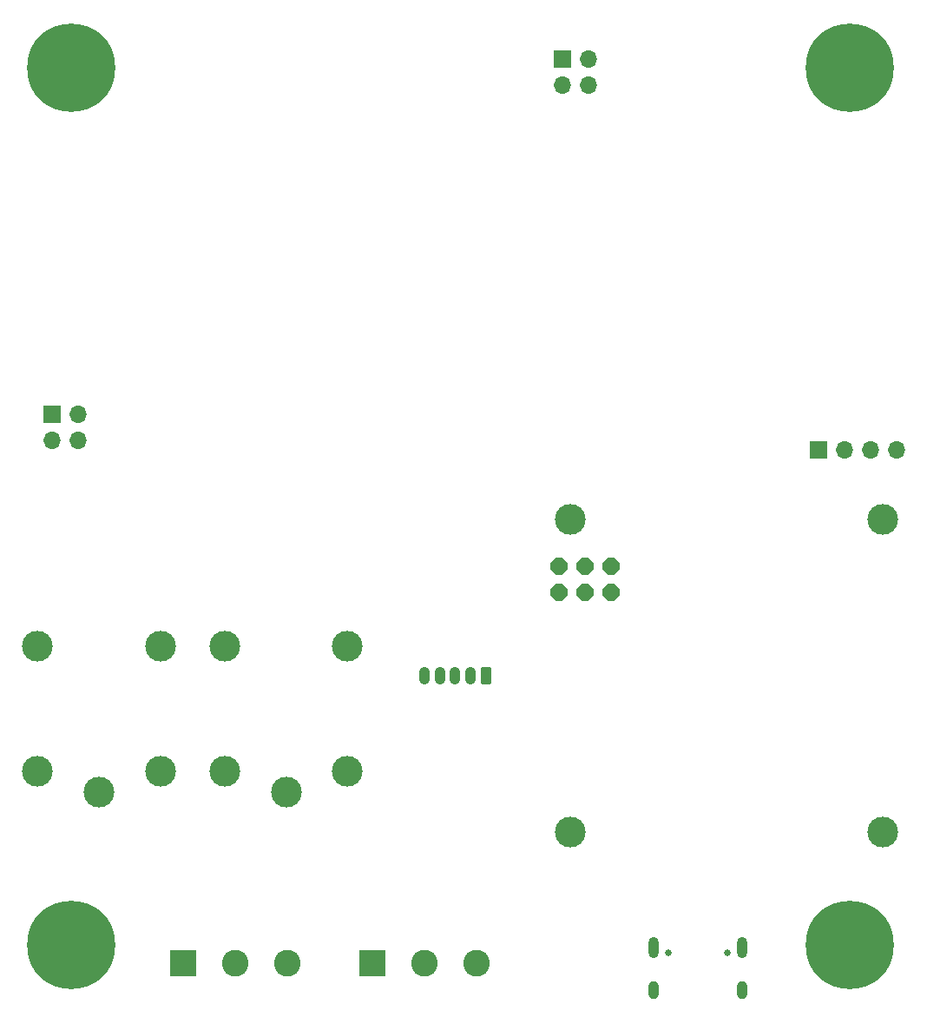
<source format=gbr>
%TF.GenerationSoftware,KiCad,Pcbnew,(7.0.0-0)*%
%TF.CreationDate,2023-04-09T15:51:22-04:00*%
%TF.ProjectId,KwartzLab-SensorBoard-Rev2,4b776172-747a-44c6-9162-2d53656e736f,2*%
%TF.SameCoordinates,Original*%
%TF.FileFunction,Soldermask,Bot*%
%TF.FilePolarity,Negative*%
%FSLAX46Y46*%
G04 Gerber Fmt 4.6, Leading zero omitted, Abs format (unit mm)*
G04 Created by KiCad (PCBNEW (7.0.0-0)) date 2023-04-09 15:51:22*
%MOMM*%
%LPD*%
G01*
G04 APERTURE LIST*
G04 Aperture macros list*
%AMRoundRect*
0 Rectangle with rounded corners*
0 $1 Rounding radius*
0 $2 $3 $4 $5 $6 $7 $8 $9 X,Y pos of 4 corners*
0 Add a 4 corners polygon primitive as box body*
4,1,4,$2,$3,$4,$5,$6,$7,$8,$9,$2,$3,0*
0 Add four circle primitives for the rounded corners*
1,1,$1+$1,$2,$3*
1,1,$1+$1,$4,$5*
1,1,$1+$1,$6,$7*
1,1,$1+$1,$8,$9*
0 Add four rect primitives between the rounded corners*
20,1,$1+$1,$2,$3,$4,$5,0*
20,1,$1+$1,$4,$5,$6,$7,0*
20,1,$1+$1,$6,$7,$8,$9,0*
20,1,$1+$1,$8,$9,$2,$3,0*%
%AMFreePoly0*
4,1,17,0.356937,0.810921,0.810921,0.356937,0.825800,0.321016,0.825800,-0.321016,0.810921,-0.356937,0.356937,-0.810921,0.321016,-0.825800,-0.321016,-0.825800,-0.356937,-0.810921,-0.810921,-0.356937,-0.825800,-0.321016,-0.825800,0.321016,-0.810921,0.356937,-0.356937,0.810921,-0.321016,0.825800,0.321016,0.825800,0.356937,0.810921,0.356937,0.810921,$1*%
G04 Aperture macros list end*
%ADD10R,1.700000X1.700000*%
%ADD11O,1.700000X1.700000*%
%ADD12C,0.900000*%
%ADD13C,8.600000*%
%ADD14RoundRect,0.250000X0.265000X0.615000X-0.265000X0.615000X-0.265000X-0.615000X0.265000X-0.615000X0*%
%ADD15O,1.030000X1.730000*%
%ADD16C,3.000000*%
%ADD17R,2.600000X2.600000*%
%ADD18C,2.600000*%
%ADD19FreePoly0,180.000000*%
%ADD20C,0.650000*%
%ADD21O,1.000000X2.100000*%
%ADD22O,1.000000X1.800000*%
G04 APERTURE END LIST*
D10*
%TO.C,J8*%
X94999999Y-99884290D03*
D11*
X97539999Y-99884290D03*
X94999999Y-102424290D03*
X97539999Y-102424290D03*
%TD*%
D12*
%TO.C,H3*%
X169557188Y-66150000D03*
X170501769Y-63869581D03*
X170501769Y-68430419D03*
X172782188Y-62925000D03*
D13*
X172782188Y-66150000D03*
D12*
X172782188Y-69375000D03*
X175062607Y-63869581D03*
X175062607Y-68430419D03*
X176007188Y-66150000D03*
%TD*%
%TO.C,H1*%
X93600000Y-151650000D03*
X94544581Y-149369581D03*
X94544581Y-153930419D03*
X96825000Y-148425000D03*
D13*
X96825000Y-151650000D03*
D12*
X96825000Y-154875000D03*
X99105419Y-149369581D03*
X99105419Y-153930419D03*
X100050000Y-151650000D03*
%TD*%
D10*
%TO.C,J1*%
X169719999Y-103399999D03*
D11*
X172259999Y-103399999D03*
X174799999Y-103399999D03*
X177339999Y-103399999D03*
%TD*%
D12*
%TO.C,H4*%
X93600000Y-66150000D03*
X94544581Y-63869581D03*
X94544581Y-68430419D03*
X96825000Y-62925000D03*
D13*
X96825000Y-66150000D03*
D12*
X96825000Y-69375000D03*
X99105419Y-63869581D03*
X99105419Y-68430419D03*
X100050000Y-66150000D03*
%TD*%
D14*
%TO.C,J3*%
X137300000Y-125400000D03*
D15*
X135799999Y-125399999D03*
X134299999Y-125399999D03*
X132799999Y-125399999D03*
X131299999Y-125399999D03*
%TD*%
D16*
%TO.C,K2*%
X117800000Y-136700000D03*
X111800000Y-122500000D03*
X123800000Y-122500000D03*
X123800000Y-134700000D03*
X111800000Y-134700000D03*
%TD*%
D12*
%TO.C,H2*%
X169544581Y-151650000D03*
X170489162Y-149369581D03*
X170489162Y-153930419D03*
X172769581Y-148425000D03*
D13*
X172769581Y-151650000D03*
D12*
X172769581Y-154875000D03*
X175050000Y-149369581D03*
X175050000Y-153930419D03*
X175994581Y-151650000D03*
%TD*%
D17*
%TO.C,J6*%
X126214999Y-153399999D03*
D18*
X131295000Y-153400000D03*
X136375000Y-153400000D03*
%TD*%
D17*
%TO.C,J5*%
X107799999Y-153399999D03*
D18*
X112880000Y-153400000D03*
X117960000Y-153400000D03*
%TD*%
D16*
%TO.C,J4*%
X176023128Y-140594944D03*
X176023128Y-110114944D03*
X145543128Y-140594944D03*
X145543128Y-110114944D03*
D19*
X149482928Y-114684144D03*
X149482928Y-117224144D03*
X146942928Y-114684144D03*
X146942928Y-117224144D03*
X144402928Y-114684144D03*
X144402928Y-117224144D03*
%TD*%
D20*
%TO.C,J2*%
X155090000Y-152370000D03*
X160870000Y-152370000D03*
D21*
X153659999Y-151869999D03*
D22*
X153659999Y-156049999D03*
D21*
X162299999Y-151869999D03*
D22*
X162299999Y-156049999D03*
%TD*%
D10*
%TO.C,J9*%
X144799999Y-65259999D03*
D11*
X147339999Y-65259999D03*
X144799999Y-67799999D03*
X147339999Y-67799999D03*
%TD*%
D16*
%TO.C,K1*%
X99550000Y-136700000D03*
X93550000Y-122500000D03*
X105550000Y-122500000D03*
X105550000Y-134700000D03*
X93550000Y-134700000D03*
%TD*%
M02*

</source>
